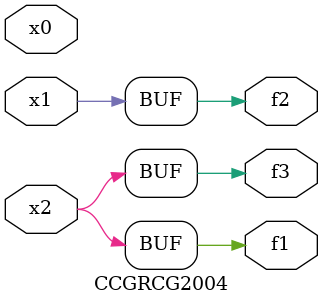
<source format=v>
module CCGRCG2004(
	input x0, x1, x2,
	output f1, f2, f3
);
	assign f1 = x2;
	assign f2 = x1;
	assign f3 = x2;
endmodule

</source>
